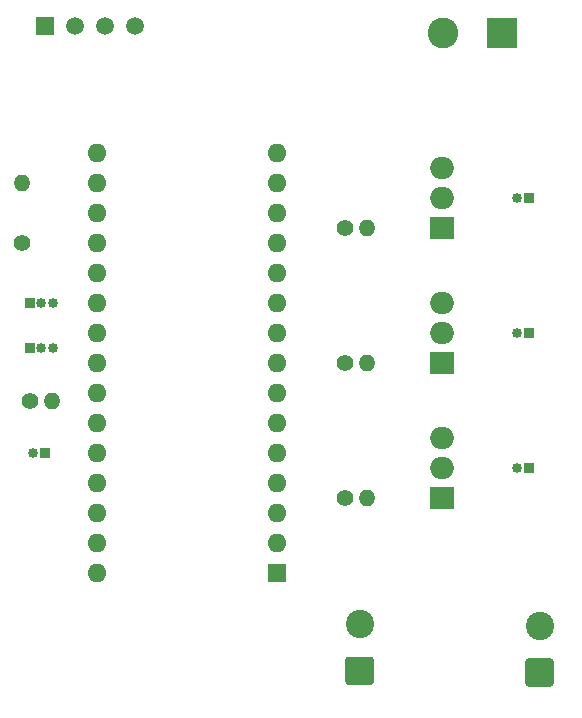
<source format=gbs>
%TF.GenerationSoftware,KiCad,Pcbnew,5.1.9+dfsg1-1+b1*%
%TF.CreationDate,2021-12-12T08:10:16+11:00*%
%TF.ProjectId,aquaponics-1,61717561-706f-46e6-9963-732d312e6b69,rev?*%
%TF.SameCoordinates,Original*%
%TF.FileFunction,Soldermask,Bot*%
%TF.FilePolarity,Negative*%
%FSLAX46Y46*%
G04 Gerber Fmt 4.6, Leading zero omitted, Abs format (unit mm)*
G04 Created by KiCad (PCBNEW 5.1.9+dfsg1-1+b1) date 2021-12-12 08:10:16*
%MOMM*%
%LPD*%
G01*
G04 APERTURE LIST*
%ADD10R,2.600000X2.600000*%
%ADD11C,2.600000*%
%ADD12O,1.600000X1.600000*%
%ADD13R,1.600000X1.600000*%
%ADD14C,1.500000*%
%ADD15R,1.500000X1.500000*%
%ADD16C,2.400000*%
%ADD17O,0.850000X0.850000*%
%ADD18R,0.850000X0.850000*%
%ADD19O,2.000000X1.905000*%
%ADD20R,2.000000X1.905000*%
%ADD21O,1.400000X1.400000*%
%ADD22C,1.400000*%
G04 APERTURE END LIST*
D10*
%TO.C,J2*%
X62230000Y-20320000D03*
D11*
X57230000Y-20320000D03*
%TD*%
D12*
%TO.C,U1*%
X27940000Y-30480000D03*
X43180000Y-30480000D03*
X27940000Y-66040000D03*
X43180000Y-33020000D03*
X27940000Y-63500000D03*
X43180000Y-35560000D03*
X27940000Y-60960000D03*
X43180000Y-38100000D03*
X27940000Y-58420000D03*
X43180000Y-40640000D03*
X27940000Y-55880000D03*
X43180000Y-43180000D03*
X27940000Y-53340000D03*
X43180000Y-45720000D03*
X27940000Y-50800000D03*
X43180000Y-48260000D03*
X27940000Y-48260000D03*
X43180000Y-50800000D03*
X27940000Y-45720000D03*
X43180000Y-53340000D03*
X27940000Y-43180000D03*
X43180000Y-55880000D03*
X27940000Y-40640000D03*
X43180000Y-58420000D03*
X27940000Y-38100000D03*
X43180000Y-60960000D03*
X27940000Y-35560000D03*
X43180000Y-63500000D03*
X27940000Y-33020000D03*
D13*
X43180000Y-66040000D03*
%TD*%
D14*
%TO.C,Temp*%
X31115000Y-19685000D03*
X28575000Y-19685000D03*
X26035000Y-19685000D03*
D15*
X23495000Y-19685000D03*
%TD*%
D16*
%TO.C,J5*%
X65405000Y-70485000D03*
G36*
G01*
X66355000Y-75645000D02*
X64455000Y-75645000D01*
G75*
G02*
X64205000Y-75395000I0J250000D01*
G01*
X64205000Y-73495000D01*
G75*
G02*
X64455000Y-73245000I250000J0D01*
G01*
X66355000Y-73245000D01*
G75*
G02*
X66605000Y-73495000I0J-250000D01*
G01*
X66605000Y-75395000D01*
G75*
G02*
X66355000Y-75645000I-250000J0D01*
G01*
G37*
%TD*%
D17*
%TO.C,Overflow*%
X63500000Y-34290000D03*
D18*
X64500000Y-34290000D03*
%TD*%
D19*
%TO.C,Q3*%
X57150000Y-43180000D03*
X57150000Y-45720000D03*
D20*
X57150000Y-48260000D03*
%TD*%
D17*
%TO.C,Feed*%
X63500000Y-45720000D03*
D18*
X64500000Y-45720000D03*
%TD*%
D19*
%TO.C,Q1*%
X57150000Y-54610000D03*
X57150000Y-57150000D03*
D20*
X57150000Y-59690000D03*
%TD*%
D19*
%TO.C,Q2*%
X57150000Y-31750000D03*
X57150000Y-34290000D03*
D20*
X57150000Y-36830000D03*
%TD*%
D17*
%TO.C,Pump*%
X63500000Y-57150000D03*
D18*
X64500000Y-57150000D03*
%TD*%
D17*
%TO.C,Rain*%
X24225000Y-43180000D03*
X23225000Y-43180000D03*
D18*
X22225000Y-43180000D03*
%TD*%
D16*
%TO.C,J1*%
X50165000Y-70335000D03*
G36*
G01*
X51115000Y-75495000D02*
X49215000Y-75495000D01*
G75*
G02*
X48965000Y-75245000I0J250000D01*
G01*
X48965000Y-73345000D01*
G75*
G02*
X49215000Y-73095000I250000J0D01*
G01*
X51115000Y-73095000D01*
G75*
G02*
X51365000Y-73345000I0J-250000D01*
G01*
X51365000Y-75245000D01*
G75*
G02*
X51115000Y-75495000I-250000J0D01*
G01*
G37*
%TD*%
D17*
%TO.C,Level*%
X24225000Y-46990000D03*
X23225000Y-46990000D03*
D18*
X22225000Y-46990000D03*
%TD*%
D17*
%TO.C,Light*%
X22495000Y-55880000D03*
D18*
X23495000Y-55880000D03*
%TD*%
D21*
%TO.C,R2*%
X50795000Y-36830000D03*
D22*
X48895000Y-36830000D03*
%TD*%
D21*
%TO.C,R3*%
X24125000Y-51435000D03*
D22*
X22225000Y-51435000D03*
%TD*%
D21*
%TO.C,R4*%
X50795000Y-59690000D03*
D22*
X48895000Y-59690000D03*
%TD*%
D21*
%TO.C,R5*%
X50795000Y-48260000D03*
D22*
X48895000Y-48260000D03*
%TD*%
D21*
%TO.C,R6*%
X21590000Y-33020000D03*
D22*
X21590000Y-38100000D03*
%TD*%
M02*

</source>
